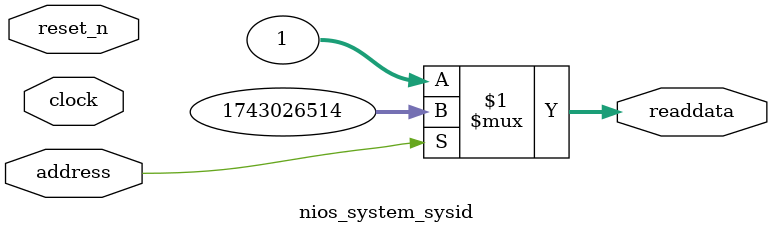
<source format=v>



// synthesis translate_off
`timescale 1ns / 1ps
// synthesis translate_on

// turn off superfluous verilog processor warnings 
// altera message_level Level1 
// altera message_off 10034 10035 10036 10037 10230 10240 10030 

module nios_system_sysid (
               // inputs:
                address,
                clock,
                reset_n,

               // outputs:
                readdata
             )
;

  output  [ 31: 0] readdata;
  input            address;
  input            clock;
  input            reset_n;

  wire    [ 31: 0] readdata;
  //control_slave, which is an e_avalon_slave
  assign readdata = address ? 1743026514 : 1;

endmodule



</source>
